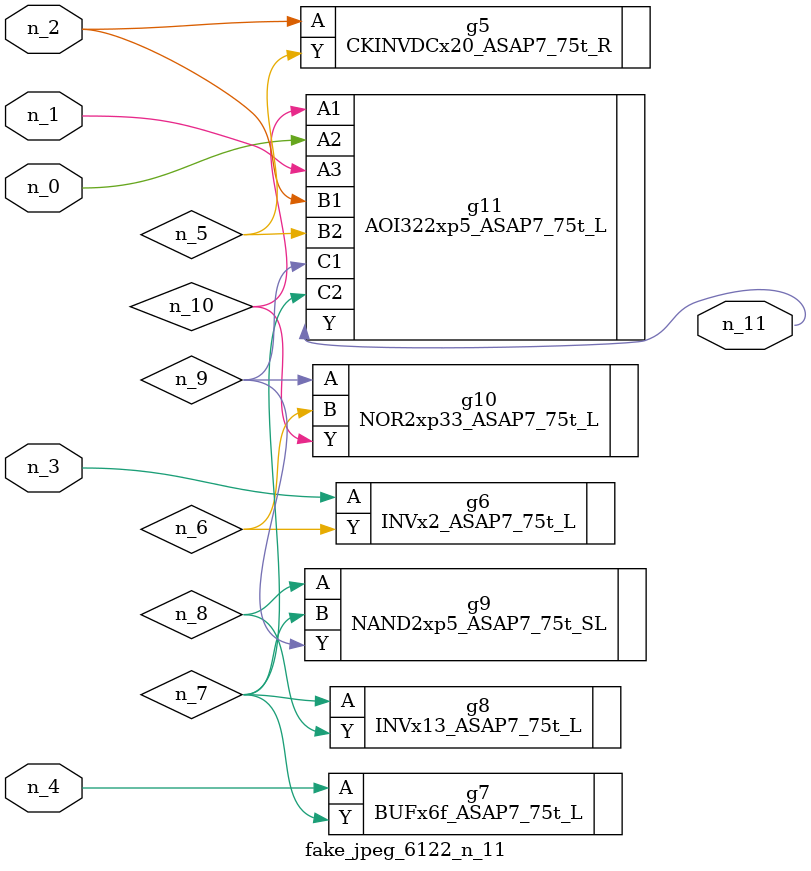
<source format=v>
module fake_jpeg_6122_n_11 (n_3, n_2, n_1, n_0, n_4, n_11);

input n_3;
input n_2;
input n_1;
input n_0;
input n_4;

output n_11;

wire n_10;
wire n_8;
wire n_9;
wire n_6;
wire n_5;
wire n_7;

CKINVDCx20_ASAP7_75t_R g5 ( 
.A(n_2),
.Y(n_5)
);

INVx2_ASAP7_75t_L g6 ( 
.A(n_3),
.Y(n_6)
);

BUFx6f_ASAP7_75t_L g7 ( 
.A(n_4),
.Y(n_7)
);

INVx13_ASAP7_75t_L g8 ( 
.A(n_7),
.Y(n_8)
);

NAND2xp5_ASAP7_75t_SL g9 ( 
.A(n_8),
.B(n_7),
.Y(n_9)
);

NOR2xp33_ASAP7_75t_L g10 ( 
.A(n_9),
.B(n_6),
.Y(n_10)
);

AOI322xp5_ASAP7_75t_L g11 ( 
.A1(n_10),
.A2(n_0),
.A3(n_1),
.B1(n_2),
.B2(n_5),
.C1(n_9),
.C2(n_7),
.Y(n_11)
);


endmodule
</source>
